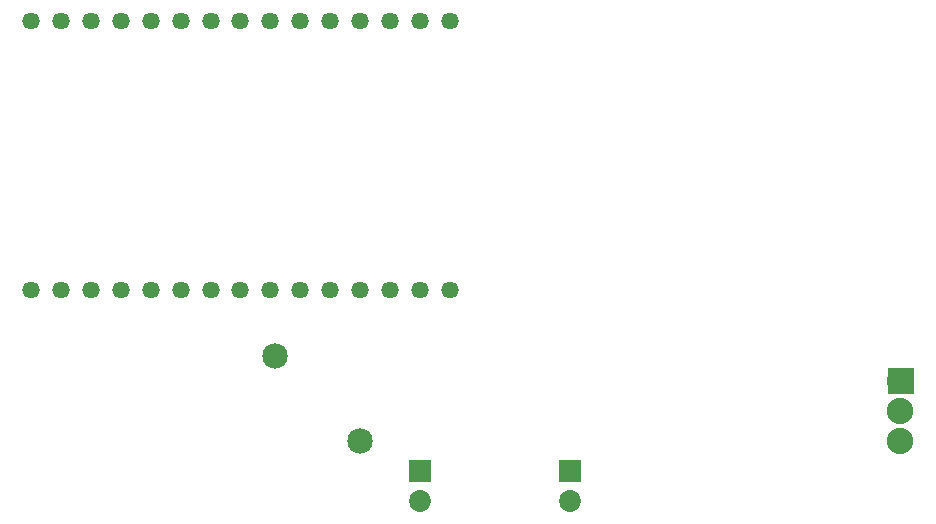
<source format=gts>
G04 MADE WITH FRITZING*
G04 WWW.FRITZING.ORG*
G04 DOUBLE SIDED*
G04 HOLES PLATED*
G04 CONTOUR ON CENTER OF CONTOUR VECTOR*
%ASAXBY*%
%FSLAX23Y23*%
%MOIN*%
%OFA0B0*%
%SFA1.0B1.0*%
%ADD10C,0.057829*%
%ADD11C,0.072992*%
%ADD12C,0.085000*%
%ADD13C,0.088000*%
%ADD14R,0.072992X0.072992*%
%ADD15R,0.088000X0.088000*%
%LNMASK1*%
G90*
G70*
G54D10*
X1478Y2099D03*
X1677Y2996D03*
X1578Y2996D03*
X1478Y2996D03*
X1378Y2996D03*
X1278Y2996D03*
X1578Y2099D03*
X1677Y2099D03*
X1378Y2099D03*
X1178Y2996D03*
X1078Y2996D03*
X978Y2996D03*
X879Y2996D03*
X779Y2996D03*
X679Y2996D03*
X579Y2996D03*
X479Y2996D03*
X379Y2996D03*
X280Y2996D03*
X978Y2099D03*
X879Y2099D03*
X779Y2099D03*
X679Y2099D03*
X579Y2099D03*
X479Y2099D03*
X379Y2099D03*
X280Y2099D03*
X1278Y2099D03*
X1178Y2099D03*
X1078Y2099D03*
G54D11*
X2078Y1495D03*
X2078Y1397D03*
X1578Y1495D03*
X1578Y1397D03*
G54D12*
X1095Y1879D03*
X1378Y1596D03*
G54D13*
X3178Y1596D03*
X3178Y1697D03*
X3178Y1797D03*
G54D14*
X2078Y1495D03*
X1578Y1495D03*
G54D15*
X3179Y1796D03*
G04 End of Mask1*
M02*
</source>
